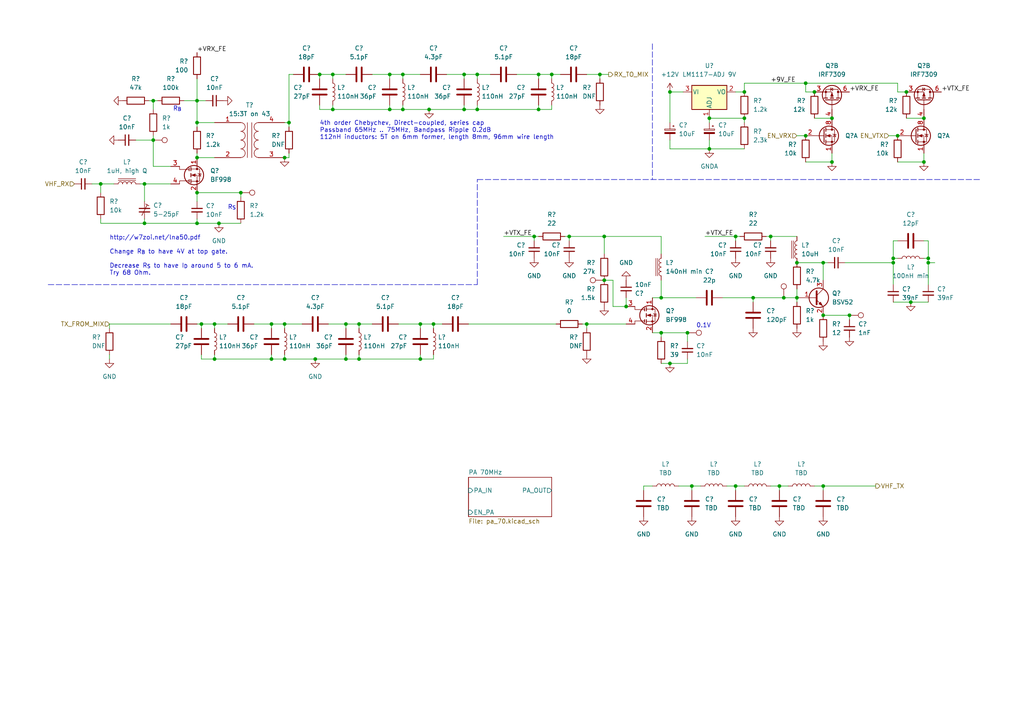
<source format=kicad_sch>
(kicad_sch (version 20211123) (generator eeschema)
  (paper "A4")
  (title_block (title "DART-70 TRX") (date "2023-01-22") (rev "0") (company "HB9EGM") (comment 1 "A 4m Band SSB/CW Transceiver"))
  (lib_symbols
    (symbol "Connector:TestPoint" (pin_numbers hide) (pin_names (offset 0.762) hide)
      (property "Reference" "TP" (at 0 6.858 0))
      (property "Value" "TestPoint" (at 0 5.08 0))
      (symbol "TestPoint_1_1"
        (pin passive line (at 0 0 90) (length 2.54) (name "1") (number "1"))
      )
    )
    (symbol "Device:C" (pin_numbers hide) (pin_names (offset 0.254))
      (property "Reference" "C" (at 0.635 2.54 0))
      (property "Value" "C" (at 0.635 -2.54 0))
      (symbol "C_1_1"
        (pin passive line (at 0 3.81 270) (length 2.794) (name "~") (number "1"))
        (pin passive line (at 0 -3.81 90) (length 2.794) (name "~") (number "2"))
      )
    )
    (symbol "Device:C_Polarized_Small" (pin_numbers hide) (pin_names (offset 0.254) hide)
      (property "Reference" "C" (at 0.254 1.778 0))
      (property "Value" "C_Polarized_Small" (at 0.254 -2.032 0))
      (symbol "C_Polarized_Small_1_1"
        (pin passive line (at 0 2.54 270) (length 1.8542) (name "~") (number "1"))
        (pin passive line (at 0 -2.54 90) (length 1.8542) (name "~") (number "2"))
      )
    )
    (symbol "Device:C_Small" (pin_numbers hide) (pin_names (offset 0.254) hide)
      (property "Reference" "C" (at 0.254 1.778 0))
      (property "Value" "C_Small" (at 0.254 -2.032 0))
      (symbol "C_Small_1_1"
        (pin passive line (at 0 2.54 270) (length 2.032) (name "~") (number "1"))
        (pin passive line (at 0 -2.54 90) (length 2.032) (name "~") (number "2"))
      )
    )
    (symbol "Device:C_Trim_Small" (pin_numbers hide) (pin_names (offset 0.254) hide)
      (property "Reference" "C" (at 1.524 -2.032 0))
      (property "Value" "C_Trim_Small" (at 3.048 -3.556 0))
      (symbol "C_Trim_Small_1_1"
        (pin passive line (at 0 2.54 270) (length 2.032) (name "~") (number "1"))
        (pin passive line (at 0 -2.54 90) (length 2.032) (name "~") (number "2"))
      )
    )
    (symbol "Device:L" (pin_numbers hide) (pin_names (offset 1.016) hide)
      (property "Reference" "L" (at -1.27 0 90))
      (property "Value" "L" (at 1.905 0 90))
      (symbol "L_1_1"
        (pin passive line (at 0 3.81 270) (length 1.27) (name "1") (number "1"))
        (pin passive line (at 0 -3.81 90) (length 1.27) (name "2") (number "2"))
      )
    )
    (symbol "Device:L_Iron" (pin_numbers hide) (pin_names (offset 1.016) hide)
      (property "Reference" "L" (at -1.27 0 90))
      (property "Value" "L_Iron" (at 2.794 0 90))
      (symbol "L_Iron_1_1"
        (pin passive line (at 0 3.81 270) (length 1.27) (name "1") (number "1"))
        (pin passive line (at 0 -3.81 90) (length 1.27) (name "2") (number "2"))
      )
    )
    (symbol "Device:R" (pin_numbers hide) (pin_names (offset 0))
      (property "Reference" "R" (at 2.032 0 90))
      (property "Value" "R" (at 0 0 90))
      (symbol "R_1_1"
        (pin passive line (at 0 3.81 270) (length 1.27) (name "~") (number "1"))
        (pin passive line (at 0 -3.81 90) (length 1.27) (name "~") (number "2"))
      )
    )
    (symbol "Device:Transformer_1P_1S" (pin_names (offset 1.016) hide)
      (property "Reference" "T" (at 0 6.35 0))
      (property "Value" "Transformer_1P_1S" (at 0 -7.62 0))
      (symbol "Transformer_1P_1S_1_1"
        (pin passive line (at -10.16 5.08 0) (length 7.62) (name "AA") (number "1"))
        (pin passive line (at -10.16 -5.08 0) (length 7.62) (name "AB") (number "2"))
        (pin passive line (at 10.16 -5.08 180) (length 7.62) (name "SA") (number "3"))
        (pin passive line (at 10.16 5.08 180) (length 7.62) (name "SB") (number "4"))
      )
    )
    (symbol "Regulator_Linear:LM1117-ADJ" (pin_names (offset 0.254))
      (property "Reference" "U" (at -3.81 3.175 0))
      (property "Value" "LM1117-ADJ" (at 0 3.175 0))
      (symbol "LM1117-ADJ_1_1"
        (pin input line (at 0 -7.62 90) (length 2.54) (name "ADJ") (number "1"))
        (pin power_out line (at 7.62 0 180) (length 2.54) (name "VO") (number "2"))
        (pin power_in line (at -7.62 0 0) (length 2.54) (name "VI") (number "3"))
      )
    )
    (symbol "Transistor_BJT:MMBT3904" (pin_names (offset 0) hide)
      (property "Reference" "Q" (at 5.08 1.905 0))
      (property "Value" "MMBT3904" (at 5.08 0 0))
      (symbol "MMBT3904_1_1"
        (pin input line (at -5.08 0 0) (length 5.715) (name "B") (number "1"))
        (pin passive line (at 2.54 -5.08 90) (length 2.54) (name "E") (number "2"))
        (pin passive line (at 2.54 5.08 270) (length 2.54) (name "C") (number "3"))
      )
    )
    (symbol "Transistor_FET:IRF7309IPBF" (pin_names hide)
      (property "Reference" "Q" (at 5.08 1.905 0))
      (property "Value" "IRF7309IPBF" (at 5.08 0 0))
      (symbol "IRF7309IPBF_1_1"
        (pin passive line (at 2.54 -5.08 90) (length 2.54) (name "S") (number "1"))
        (pin input line (at -5.08 0 0) (length 2.54) (name "G") (number "2"))
        (pin passive line (at 2.54 5.08 270) (length 2.54) hide (name "D") (number "7"))
        (pin passive line (at 2.54 5.08 270) (length 2.54) (name "D") (number "8"))
      )
      (symbol "IRF7309IPBF_2_1"
        (pin passive line (at 2.54 -5.08 90) (length 2.54) (name "1") (number "3"))
        (pin input line (at -5.08 0 0) (length 2.54) (name "G") (number "4"))
        (pin passive line (at 2.54 5.08 270) (length 2.54) hide (name "D") (number "5"))
        (pin passive line (at 2.54 5.08 270) (length 2.54) (name "D") (number "6"))
      )
    )
    (symbol "mpb:BF998" (pin_names hide)
      (property "Reference" "Q?" (at 6.35 1.2701 0))
      (property "Value" "BF998" (at 6.35 -1.2699 0))
      (symbol "BF998_1_1"
        (pin passive line (at 2.54 5.08 270) (length 2.54) (name "D") (number "1"))
        (pin passive line (at 2.54 -5.08 90) (length 2.54) (name "S") (number "2"))
        (pin passive line (at -5.08 2.54 0) (length 2.54) (name "G1") (number "3"))
        (pin passive line (at -5.08 -2.54 0) (length 2.54) (name "G2") (number "4"))
      )
    )
    (symbol "power:+12V" (power) (pin_names (offset 0))
      (property "Value" "+12V" (at 0 3.556 0))
      (symbol "+12V_1_1"
        (pin power_in line (at 0 0 90) (length 0) hide (name "+12V") (number "1"))
      )
    )
    (symbol "power:GND" (power) (pin_names (offset 0))
      (property "Value" "GND" (at 0 -3.81 0))
      (symbol "GND_1_1"
        (pin power_in line (at 0 0 270) (length 0) hide (name "GND") (number "1"))
      )
    )
    (symbol "power:GNDA" (power) (pin_names (offset 0))
      (property "Value" "GNDA" (at 0 -3.81 0))
      (symbol "GNDA_1_1"
        (pin power_in line (at 0 0 270) (length 0) hide (name "GNDA") (number "1"))
      )
    )
  )
  (junction (at 259.08 74.93))
  (junction (at 215.9 26.67))
  (junction (at 264.16 87.63))
  (junction (at 121.92 104.14))
  (junction (at 191.77 86.36))
  (junction (at 104.14 93.98))
  (junction (at 238.76 140.97))
  (junction (at 236.22 26.67))
  (junction (at 213.36 140.97))
  (junction (at 154.94 68.58))
  (junction (at 156.21 31.75))
  (junction (at 205.74 34.29))
  (junction (at 181.61 88.9))
  (junction (at 269.24 74.93))
  (junction (at 116.84 21.59))
  (junction (at 96.52 21.59))
  (junction (at 44.45 29.21))
  (junction (at 138.43 21.59))
  (junction (at 69.85 55.88))
  (junction (at 124.46 31.75))
  (junction (at 113.03 21.59))
  (junction (at 226.06 140.97))
  (junction (at 63.5 64.77))
  (junction (at 57.15 64.77))
  (junction (at 57.15 35.56))
  (junction (at 191.77 96.52))
  (junction (at 173.99 21.59))
  (junction (at 83.82 35.56))
  (junction (at 78.74 104.14))
  (junction (at 62.23 104.14))
  (junction (at 233.68 39.37))
  (junction (at 238.76 91.44))
  (junction (at 57.15 55.88))
  (junction (at 259.08 76.2))
  (junction (at 134.62 31.75))
  (junction (at 82.55 104.14))
  (junction (at 41.91 53.34))
  (junction (at 260.35 39.37))
  (junction (at 199.39 96.52))
  (junction (at 246.38 91.44))
  (junction (at 227.33 86.36))
  (junction (at 215.9 34.29))
  (junction (at 156.21 21.59))
  (junction (at 213.36 68.58))
  (junction (at 241.3 46.99))
  (junction (at 100.33 93.98))
  (junction (at 165.1 68.58))
  (junction (at 269.24 76.2))
  (junction (at 29.21 53.34))
  (junction (at 82.55 93.98))
  (junction (at 170.18 93.98))
  (junction (at 78.74 93.98))
  (junction (at 100.33 104.14))
  (junction (at 91.44 104.14))
  (junction (at 231.14 86.36))
  (junction (at 218.44 86.36))
  (junction (at 44.45 40.64))
  (junction (at 200.66 140.97))
  (junction (at 57.15 45.72))
  (junction (at 116.84 31.75))
  (junction (at 134.62 21.59))
  (junction (at 231.14 76.2))
  (junction (at 223.52 68.58))
  (junction (at 205.74 43.18))
  (junction (at 160.02 21.59))
  (junction (at 113.03 31.75))
  (junction (at 175.26 68.58))
  (junction (at 125.73 93.98))
  (junction (at 41.91 64.77))
  (junction (at 194.31 105.41))
  (junction (at 96.52 31.75))
  (junction (at 138.43 31.75))
  (junction (at 82.55 45.72))
  (junction (at 194.31 26.67))
  (junction (at 92.71 21.59))
  (junction (at 233.68 24.13))
  (junction (at 57.15 29.21))
  (junction (at 241.3 34.29))
  (junction (at 121.92 93.98))
  (junction (at 267.97 34.29))
  (junction (at 238.76 76.2))
  (junction (at 62.23 93.98))
  (junction (at 267.97 46.99))
  (junction (at 104.14 104.14))
  (junction (at 58.42 93.98))
  (junction (at 262.89 26.67))
  (junction (at 175.26 81.28))
  (wire (pts (xy 96.52 21.59) (xy 96.52 22.86)))
  (wire (pts (xy 62.23 45.72) (xy 57.15 45.72)))
  (wire (pts (xy 134.62 31.75) (xy 134.62 30.48)))
  (wire (pts (xy 121.92 95.25) (xy 121.92 93.98)))
  (wire (pts (xy 260.35 24.13) (xy 260.35 26.67)))
  (wire (pts (xy 125.73 104.14) (xy 125.73 102.87)))
  (wire (pts (xy 213.36 69.85) (xy 213.36 68.58)))
  (wire (pts (xy 31.75 102.87) (xy 31.75 104.14)))
  (wire (pts (xy 154.94 69.85) (xy 154.94 68.58)))
  (wire (pts (xy 58.42 95.25) (xy 58.42 93.98)))
  (wire (pts (xy 194.31 26.67) (xy 194.31 35.56)))
  (wire (pts (xy 238.76 76.2) (xy 240.03 76.2)))
  (wire (pts (xy 246.38 91.44) (xy 238.76 91.44)))
  (wire (pts (xy 198.12 26.67) (xy 194.31 26.67)))
  (wire (pts (xy 82.55 95.25) (xy 82.55 93.98)))
  (wire (pts (xy 218.44 86.36) (xy 218.44 87.63)))
  (wire (pts (xy 259.08 74.93) (xy 259.08 76.2)))
  (wire (pts (xy 57.15 93.98) (xy 58.42 93.98)))
  (wire (pts (xy 31.75 93.98) (xy 49.53 93.98)))
  (wire (pts (xy 63.5 64.77) (xy 57.15 64.77)))
  (wire (pts (xy 138.43 31.75) (xy 156.21 31.75)))
  (wire (pts (xy 241.3 46.99) (xy 233.68 46.99)))
  (wire (pts (xy 233.68 26.67) (xy 236.22 26.67)))
  (wire (pts (xy 226.06 140.97) (xy 226.06 142.24)))
  (wire (pts (xy 246.38 92.71) (xy 246.38 91.44)))
  (wire (pts (xy 194.31 43.18) (xy 205.74 43.18)))
  (wire (pts (xy 177.8 81.28) (xy 177.8 88.9)))
  (wire (pts (xy 82.55 104.14) (xy 82.55 102.87)))
  (wire (pts (xy 40.64 53.34) (xy 41.91 53.34)))
  (wire (pts (xy 134.62 21.59) (xy 138.43 21.59)))
  (wire (pts (xy 259.08 69.85) (xy 260.35 69.85)))
  (wire (pts (xy 57.15 45.72) (xy 57.15 44.45)))
  (wire (pts (xy 113.03 31.75) (xy 113.03 30.48)))
  (wire (pts (xy 107.95 21.59) (xy 113.03 21.59)))
  (wire (pts (xy 259.08 74.93) (xy 260.35 74.93)))
  (wire (pts (xy 191.77 96.52) (xy 189.23 96.52)))
  (wire (pts (xy 156.21 31.75) (xy 156.21 30.48)))
  (wire (pts (xy 215.9 24.13) (xy 215.9 26.67)))
  (polyline (pts (xy 138.43 52.07) (xy 284.48 52.07)))
  (wire (pts (xy 186.69 142.24) (xy 186.69 140.97)))
  (wire (pts (xy 31.75 95.25) (xy 31.75 93.98)))
  (wire (pts (xy 104.14 104.14) (xy 104.14 102.87)))
  (polyline (pts (xy 13.97 82.55) (xy 138.43 82.55)))
  (wire (pts (xy 231.14 83.82) (xy 231.14 86.36)))
  (wire (pts (xy 269.24 74.93) (xy 267.97 74.93)))
  (wire (pts (xy 57.15 55.88) (xy 57.15 58.42)))
  (wire (pts (xy 189.23 140.97) (xy 186.69 140.97)))
  (wire (pts (xy 156.21 21.59) (xy 160.02 21.59)))
  (wire (pts (xy 177.8 88.9) (xy 181.61 88.9)))
  (wire (pts (xy 83.82 44.45) (xy 83.82 45.72)))
  (wire (pts (xy 231.14 39.37) (xy 233.68 39.37)))
  (wire (pts (xy 175.26 68.58) (xy 191.77 68.58)))
  (wire (pts (xy 100.33 104.14) (xy 100.33 102.87)))
  (wire (pts (xy 82.55 104.14) (xy 78.74 104.14)))
  (wire (pts (xy 96.52 21.59) (xy 100.33 21.59)))
  (wire (pts (xy 124.46 31.75) (xy 134.62 31.75)))
  (wire (pts (xy 58.42 93.98) (xy 62.23 93.98)))
  (polyline (pts (xy 189.23 12.7) (xy 189.23 52.07)))
  (wire (pts (xy 29.21 64.77) (xy 41.91 64.77)))
  (wire (pts (xy 43.18 29.21) (xy 44.45 29.21)))
  (wire (pts (xy 233.68 24.13) (xy 215.9 24.13)))
  (wire (pts (xy 191.77 86.36) (xy 201.93 86.36)))
  (wire (pts (xy 73.66 93.98) (xy 78.74 93.98)))
  (wire (pts (xy 78.74 93.98) (xy 82.55 93.98)))
  (wire (pts (xy 121.92 93.98) (xy 125.73 93.98)))
  (wire (pts (xy 96.52 31.75) (xy 113.03 31.75)))
  (wire (pts (xy 269.24 74.93) (xy 269.24 76.2)))
  (wire (pts (xy 233.68 24.13) (xy 233.68 26.67)))
  (wire (pts (xy 116.84 22.86) (xy 116.84 21.59)))
  (wire (pts (xy 199.39 104.14) (xy 199.39 105.41)))
  (wire (pts (xy 199.39 105.41) (xy 194.31 105.41)))
  (wire (pts (xy 149.86 21.59) (xy 156.21 21.59)))
  (wire (pts (xy 200.66 142.24) (xy 200.66 140.97)))
  (wire (pts (xy 85.09 21.59) (xy 83.82 21.59)))
  (wire (pts (xy 269.24 69.85) (xy 269.24 74.93)))
  (wire (pts (xy 156.21 22.86) (xy 156.21 21.59)))
  (wire (pts (xy 213.36 68.58) (xy 214.63 68.58)))
  (wire (pts (xy 222.25 68.58) (xy 223.52 68.58)))
  (wire (pts (xy 78.74 104.14) (xy 78.74 102.87)))
  (wire (pts (xy 115.57 93.98) (xy 121.92 93.98)))
  (wire (pts (xy 156.21 31.75) (xy 160.02 31.75)))
  (wire (pts (xy 41.91 64.77) (xy 57.15 64.77)))
  (wire (pts (xy 269.24 69.85) (xy 267.97 69.85)))
  (wire (pts (xy 57.15 64.77) (xy 57.15 63.5)))
  (wire (pts (xy 57.15 29.21) (xy 57.15 22.86)))
  (wire (pts (xy 83.82 45.72) (xy 82.55 45.72)))
  (wire (pts (xy 173.99 21.59) (xy 176.53 21.59)))
  (wire (pts (xy 200.66 140.97) (xy 203.2 140.97)))
  (wire (pts (xy 57.15 36.83) (xy 57.15 35.56)))
  (wire (pts (xy 154.94 68.58) (xy 156.21 68.58)))
  (wire (pts (xy 191.77 105.41) (xy 194.31 105.41)))
  (wire (pts (xy 116.84 31.75) (xy 113.03 31.75)))
  (wire (pts (xy 100.33 95.25) (xy 100.33 93.98)))
  (wire (pts (xy 138.43 21.59) (xy 142.24 21.59)))
  (wire (pts (xy 205.74 40.64) (xy 205.74 43.18)))
  (wire (pts (xy 113.03 22.86) (xy 113.03 21.59)))
  (wire (pts (xy 58.42 104.14) (xy 58.42 102.87)))
  (wire (pts (xy 135.89 93.98) (xy 161.29 93.98)))
  (wire (pts (xy 62.23 35.56) (xy 57.15 35.56)))
  (wire (pts (xy 238.76 140.97) (xy 254 140.97)))
  (wire (pts (xy 104.14 95.25) (xy 104.14 93.98)))
  (wire (pts (xy 82.55 35.56) (xy 83.82 35.56)))
  (wire (pts (xy 58.42 104.14) (xy 62.23 104.14)))
  (wire (pts (xy 165.1 69.85) (xy 165.1 68.58)))
  (wire (pts (xy 113.03 21.59) (xy 116.84 21.59)))
  (wire (pts (xy 262.89 34.29) (xy 267.97 34.29)))
  (wire (pts (xy 69.85 64.77) (xy 63.5 64.77)))
  (wire (pts (xy 62.23 93.98) (xy 62.23 95.25)))
  (wire (pts (xy 44.45 29.21) (xy 44.45 31.75)))
  (wire (pts (xy 69.85 57.15) (xy 69.85 55.88)))
  (wire (pts (xy 116.84 21.59) (xy 121.92 21.59)))
  (wire (pts (xy 125.73 95.25) (xy 125.73 93.98)))
  (wire (pts (xy 215.9 140.97) (xy 213.36 140.97)))
  (wire (pts (xy 29.21 63.5) (xy 29.21 64.77)))
  (wire (pts (xy 62.23 104.14) (xy 62.23 102.87)))
  (wire (pts (xy 260.35 26.67) (xy 262.89 26.67)))
  (wire (pts (xy 92.71 31.75) (xy 96.52 31.75)))
  (wire (pts (xy 160.02 22.86) (xy 160.02 21.59)))
  (wire (pts (xy 83.82 36.83) (xy 83.82 35.56)))
  (wire (pts (xy 92.71 21.59) (xy 96.52 21.59)))
  (wire (pts (xy 173.99 22.86) (xy 173.99 21.59)))
  (wire (pts (xy 138.43 22.86) (xy 138.43 21.59)))
  (wire (pts (xy 104.14 104.14) (xy 121.92 104.14)))
  (wire (pts (xy 41.91 53.34) (xy 49.53 53.34)))
  (polyline (pts (xy 138.43 82.55) (xy 138.43 52.07)))
  (wire (pts (xy 223.52 69.85) (xy 223.52 68.58)))
  (wire (pts (xy 269.24 76.2) (xy 271.145 76.2)))
  (wire (pts (xy 213.36 26.67) (xy 215.9 26.67)))
  (wire (pts (xy 92.71 22.86) (xy 92.71 21.59)))
  (wire (pts (xy 41.91 58.42) (xy 41.91 53.34)))
  (wire (pts (xy 191.77 96.52) (xy 191.77 97.79)))
  (wire (pts (xy 215.9 34.29) (xy 215.9 35.56)))
  (wire (pts (xy 116.84 31.75) (xy 124.46 31.75)))
  (wire (pts (xy 39.37 40.64) (xy 44.45 40.64)))
  (wire (pts (xy 269.24 76.2) (xy 269.24 82.55)))
  (wire (pts (xy 160.02 21.59) (xy 162.56 21.59)))
  (wire (pts (xy 29.21 55.88) (xy 29.21 53.34)))
  (wire (pts (xy 62.23 93.98) (xy 66.04 93.98)))
  (wire (pts (xy 165.1 68.58) (xy 175.26 68.58)))
  (wire (pts (xy 91.44 104.14) (xy 100.33 104.14)))
  (wire (pts (xy 257.81 39.37) (xy 260.35 39.37)))
  (wire (pts (xy 168.91 93.98) (xy 170.18 93.98)))
  (wire (pts (xy 44.45 39.37) (xy 44.45 40.64)))
  (wire (pts (xy 160.02 31.75) (xy 160.02 30.48)))
  (wire (pts (xy 121.92 104.14) (xy 125.73 104.14)))
  (wire (pts (xy 100.33 93.98) (xy 104.14 93.98)))
  (wire (pts (xy 226.06 140.97) (xy 228.6 140.97)))
  (wire (pts (xy 45.72 29.21) (xy 44.45 29.21)))
  (wire (pts (xy 213.36 140.97) (xy 210.82 140.97)))
  (wire (pts (xy 238.76 81.28) (xy 238.76 76.2)))
  (wire (pts (xy 267.97 44.45) (xy 267.97 46.99)))
  (wire (pts (xy 95.25 93.98) (xy 100.33 93.98)))
  (wire (pts (xy 175.26 73.66) (xy 175.26 68.58)))
  (wire (pts (xy 116.84 31.75) (xy 116.84 30.48)))
  (wire (pts (xy 259.08 69.85) (xy 259.08 74.93)))
  (wire (pts (xy 238.76 140.97) (xy 238.76 142.24)))
  (wire (pts (xy 209.55 86.36) (xy 218.44 86.36)))
  (wire (pts (xy 134.62 22.86) (xy 134.62 21.59)))
  (wire (pts (xy 264.16 87.63) (xy 269.24 87.63)))
  (wire (pts (xy 205.74 34.29) (xy 205.74 35.56)))
  (wire (pts (xy 191.77 73.66) (xy 191.77 68.58)))
  (wire (pts (xy 236.22 34.29) (xy 241.3 34.29)))
  (wire (pts (xy 231.14 86.36) (xy 231.14 87.63)))
  (wire (pts (xy 223.52 140.97) (xy 226.06 140.97)))
  (wire (pts (xy 104.14 93.98) (xy 107.95 93.98)))
  (wire (pts (xy 170.18 95.25) (xy 170.18 93.98)))
  (wire (pts (xy 121.92 104.14) (xy 121.92 102.87)))
  (wire (pts (xy 125.73 93.98) (xy 128.27 93.98)))
  (wire (pts (xy 82.55 93.98) (xy 87.63 93.98)))
  (wire (pts (xy 238.76 140.97) (xy 236.22 140.97)))
  (wire (pts (xy 96.52 31.75) (xy 96.52 30.48)))
  (wire (pts (xy 227.33 86.36) (xy 231.14 86.36)))
  (wire (pts (xy 213.36 140.97) (xy 213.36 142.24)))
  (wire (pts (xy 181.61 88.9) (xy 181.61 86.36)))
  (wire (pts (xy 69.85 55.88) (xy 57.15 55.88)))
  (wire (pts (xy 259.08 87.63) (xy 264.16 87.63)))
  (wire (pts (xy 194.31 40.64) (xy 194.31 43.18)))
  (wire (pts (xy 260.35 24.13) (xy 233.68 24.13)))
  (wire (pts (xy 129.54 21.59) (xy 134.62 21.59)))
  (wire (pts (xy 138.43 31.75) (xy 138.43 30.48)))
  (wire (pts (xy 196.85 140.97) (xy 200.66 140.97)))
  (wire (pts (xy 245.11 76.2) (xy 259.08 76.2)))
  (wire (pts (xy 199.39 99.06) (xy 199.39 96.52)))
  (wire (pts (xy 191.77 81.28) (xy 191.77 86.36)))
  (wire (pts (xy 189.23 86.36) (xy 191.77 86.36)))
  (wire (pts (xy 218.44 86.36) (xy 227.33 86.36)))
  (wire (pts (xy 238.76 76.2) (xy 231.14 76.2)))
  (wire (pts (xy 78.74 95.25) (xy 78.74 93.98)))
  (wire (pts (xy 170.18 21.59) (xy 173.99 21.59)))
  (wire (pts (xy 175.26 81.28) (xy 177.8 81.28)))
  (wire (pts (xy 57.15 29.21) (xy 59.69 29.21)))
  (wire (pts (xy 53.34 29.21) (xy 57.15 29.21)))
  (wire (pts (xy 204.47 68.58) (xy 213.36 68.58)))
  (wire (pts (xy 83.82 21.59) (xy 83.82 35.56)))
  (wire (pts (xy 92.71 31.75) (xy 92.71 30.48)))
  (wire (pts (xy 44.45 48.26) (xy 49.53 48.26)))
  (wire (pts (xy 163.83 68.58) (xy 165.1 68.58)))
  (wire (pts (xy 26.67 53.34) (xy 29.21 53.34)))
  (wire (pts (xy 267.97 46.99) (xy 260.35 46.99)))
  (wire (pts (xy 44.45 40.64) (xy 44.45 48.26)))
  (wire (pts (xy 134.62 31.75) (xy 138.43 31.75)))
  (wire (pts (xy 170.18 93.98) (xy 181.61 93.98)))
  (wire (pts (xy 41.91 63.5) (xy 41.91 64.77)))
  (wire (pts (xy 205.74 43.18) (xy 215.9 43.18)))
  (wire (pts (xy 100.33 104.14) (xy 104.14 104.14)))
  (wire (pts (xy 62.23 104.14) (xy 78.74 104.14)))
  (wire (pts (xy 29.21 53.34) (xy 33.02 53.34)))
  (wire (pts (xy 223.52 68.58) (xy 231.14 68.58)))
  (wire (pts (xy 57.15 35.56) (xy 57.15 29.21)))
  (wire (pts (xy 199.39 96.52) (xy 191.77 96.52)))
  (wire (pts (xy 205.74 34.29) (xy 215.9 34.29)))
  (wire (pts (xy 259.08 76.2) (xy 259.08 82.55)))
  (wire (pts (xy 146.05 68.58) (xy 154.94 68.58)))
  (wire (pts (xy 82.55 104.14) (xy 91.44 104.14)))
  (wire (pts (xy 241.3 44.45) (xy 241.3 46.99)))
  (text "R_{B}" (at 50.165 32.385 0) (effects (font (size 1.27 1.27)) (justify left bottom)))
  (text "R_{S}" (at 66.04 60.96 0) (effects (font (size 1.27 1.27)) (justify left bottom)))
  (text "TODO\nfind bias point for BSV52" (at 41.91 -8.89 0) (effects (font (size 3 3)) (justify left bottom)))
  (text "http://w7zoi.net/lna50.pdf\n\nChange R_{B} to have 4V at top gate.\n\nDecrease R_{S} to have I_{D} around 5 to 6 mA.\nTry 68 Ohm." (at 31.75 80.01 0) (effects (font (size 1.27 1.27)) (justify left bottom)))
  (text "4th order Chebychev, Direct-coupled, series cap\nPassband 65MHz .. 75MHz, Bandpass Ripple 0.2dB\n112nH inductors: 5T on 6mm former, length 8mm, 96mm wire length" (at 92.71 40.64 0) (effects (font (size 1.27 1.27)) (justify left bottom)))
  (text "0.1V" (at 201.93 95.25 0) (effects (font (size 1.27 1.27)) (justify left bottom)))
  (label "+VTX_FE" (at 273.05 26.67 0))
  (label "+VRX_FE" (at 57.15 15.24 0))
  (label "+VTX_FE" (at 146.05 68.58 0))
  (label "+VTX_FE" (at 204.47 68.58 0))
  (label "+VRX_FE" (at 246.38 26.67 0))
  (label "+9V_FE" (at 223.52 24.13 0))
  (hierarchical_label "EN_VTX" (shape input) (at 257.81 39.37 180))
  (hierarchical_label "VHF_RX" (shape input) (at 21.59 53.34 180))
  (hierarchical_label "EN_VRX" (shape input) (at 231.14 39.37 180))
  (hierarchical_label "VHF_TX" (shape output) (at 254 140.97 0))
  (hierarchical_label "TX_FROM_MIX" (shape input) (at 31.75 93.98 180))
  (hierarchical_label "RX_TO_MIX" (shape output) (at 176.53 21.59 0))
  (symbol (lib_id "Device:C") (at 226.06 146.05 180) (unit 1)
    (property "Reference" "C?" (at 229.87 144.7799 0) (effects (justify right)))
    (property "Value" "TBD" (at 229.87 147.3199 0) (effects (justify right)))
    (property "Footprint" "mmrf1021-pa:two_4mm_pads" (effects hide))
  )
  (symbol (lib_id "Device:C_Small") (at 36.83 40.64 90) (unit 1)
    (property "Reference" "C?" (at 36.8363 34.29 90))
    (property "Value" "10nF" (at 36.8363 36.83 90))
  )
  (symbol (lib_id "Device:R") (at 215.9 39.37 0) (mirror y) (unit 1)
    (property "Reference" "R?" (at 218.44 38.0999 0) (effects (justify right)))
    (property "Value" "2.3k" (at 218.44 40.6399 0) (effects (justify right)))
    (property "Footprint" "Resistor_SMD:R_0603_1608Metric_Pad1.05x0.95mm_HandSolder" (effects hide))
  )
  (symbol (lib_id "Device:R") (at 231.14 80.01 0) (mirror y) (unit 1)
    (property "Reference" "R?" (at 233.68 78.7399 0) (effects (justify right)))
    (property "Value" "4.7k" (at 233.68 81.2799 0) (effects (justify right)))
  )
  (symbol (lib_id "Device:C_Small") (at 223.52 72.39 0) (mirror x) (unit 1)
    (property "Reference" "C?" (at 220.98 71.1135 0) (effects (justify right)))
    (property "Value" "10nF" (at 220.98 73.6535 0) (effects (justify right)))
  )
  (symbol (lib_id "Device:C_Small") (at 269.24 85.09 0) (mirror y) (unit 1)
    (property "Reference" "C?" (at 271.78 83.8262 0) (effects (justify right)))
    (property "Value" "39nF" (at 271.78 86.3662 0) (effects (justify right)))
  )
  (symbol (lib_id "Device:C") (at 88.9 21.59 90) (unit 1)
    (property "Reference" "C?" (at 88.9 13.97 90))
    (property "Value" "18pF" (at 88.9 16.51 90))
    (property "Footprint" "Capacitor_SMD:C_0603_1608Metric_Pad1.05x0.95mm_HandSolder" (effects hide))
    (property "MPN" "CBR" (effects hide))
    (property "Need_order" "0" (effects hide))
  )
  (symbol (lib_id "Connector:TestPoint") (at 199.39 96.52 270) (unit 1)
    (property "Reference" "TP?" (effects hide))
    (property "Value" "VG" (effects hide))
    (property "Footprint" "TestPoint:TestPoint_Pad_D2.0mm" (effects hide))
  )
  (symbol (lib_id "Device:C") (at 100.33 99.06 180) (unit 1)
    (property "Reference" "C?" (at 96.52 97.7899 0) (effects (justify left)))
    (property "Value" "36pF" (at 96.52 100.3299 0) (effects (justify left)))
    (property "Footprint" "Capacitor_SMD:C_0603_1608Metric_Pad1.05x0.95mm_HandSolder" (effects hide))
    (property "MPN" "CBR" (effects hide))
    (property "Need_order" "0" (effects hide))
  )
  (symbol (lib_id "Device:C") (at 213.36 146.05 180) (unit 1)
    (property "Reference" "C?" (at 217.17 144.7799 0) (effects (justify right)))
    (property "Value" "TBD" (at 217.17 147.3199 0) (effects (justify right)))
    (property "Footprint" "mmrf1021-pa:two_4mm_pads" (effects hide))
  )
  (symbol (lib_id "Device:R") (at 233.68 43.18 180) (unit 1)
    (property "Reference" "R?" (at 231.14 41.9099 0) (effects (justify left)))
    (property "Value" "10k" (at 231.14 44.4499 0) (effects (justify left)))
    (property "Footprint" "Resistor_SMD:R_0603_1608Metric_Pad1.05x0.95mm_HandSolder" (effects hide))
  )
  (symbol (lib_id "Device:C") (at 205.74 86.36 90) (unit 1)
    (property "Reference" "C?" (at 205.74 78.74 90))
    (property "Value" "22p" (at 205.74 81.28 90))
    (property "Footprint" "Capacitor_SMD:C_0603_1608Metric_Pad1.05x0.95mm_HandSolder" (effects hide))
    (property "MPN" "CBR" (effects hide))
    (property "Need_order" "0" (effects hide))
  )
  (symbol (lib_id "power:GND") (at 154.94 74.93 0) (mirror y) (unit 1)
    (property "Reference" "#PWR?" (effects hide))
    (property "Value" "GND" (at 154.94 80.01 0))
  )
  (symbol (lib_id "power:GND") (at 213.36 149.86 0) (unit 1)
    (property "Reference" "#PWR?" (effects hide))
    (property "Value" "GND" (at 213.36 154.94 0))
  )
  (symbol (lib_id "power:GNDA") (at 267.97 46.99 0) (unit 1)
    (property "Reference" "#PWR?" (effects hide))
    (property "Value" "GNDA" (effects hide))
  )
  (symbol (lib_id "Device:C") (at 156.21 26.67 180) (unit 1)
    (property "Reference" "C?" (at 152.4 25.3999 0) (effects (justify left)))
    (property "Value" "27pF" (at 152.4 27.9399 0) (effects (justify left)))
    (property "Footprint" "Capacitor_SMD:C_0603_1608Metric_Pad1.05x0.95mm_HandSolder" (effects hide))
    (property "MPN" "CBR" (effects hide))
    (property "Need_order" "0" (effects hide))
  )
  (symbol (lib_id "power:GND") (at 238.76 99.06 0) (unit 1)
    (property "Reference" "#PWR?" (effects hide))
    (property "Value" "GND" (effects hide))
  )
  (symbol (lib_id "Device:R") (at 175.26 77.47 0) (mirror x) (unit 1)
    (property "Reference" "R?" (at 172.72 76.1999 0) (effects (justify right)))
    (property "Value" "27k" (at 172.72 78.7399 0) (effects (justify right)))
  )
  (symbol (lib_id "Device:R") (at 44.45 35.56 0) (unit 1)
    (property "Reference" "R?" (at 46.99 34.2899 0) (effects (justify left)))
    (property "Value" "1k" (at 46.99 36.8299 0) (effects (justify left)))
  )
  (symbol (lib_id "Connector:TestPoint") (at 227.33 86.36 0) (unit 1)
    (property "Reference" "TP?" (effects hide))
    (property "Value" "VG" (effects hide))
    (property "Footprint" "TestPoint:TestPoint_Pad_D2.0mm" (effects hide))
  )
  (symbol (lib_id "Device:L") (at 160.02 26.67 0) (unit 1)
    (property "Reference" "L?" (at 161.29 25.3999 0) (effects (justify left)))
    (property "Value" "110nH" (at 161.29 27.9399 0) (effects (justify left)))
    (property "Footprint" "mpb:AirCoil-8mm" (effects hide))
    (property "Need_order" "0" (effects hide))
  )
  (symbol (lib_id "Device:C") (at 186.69 146.05 180) (unit 1)
    (property "Reference" "C?" (at 190.5 144.7799 0) (effects (justify right)))
    (property "Value" "TBD" (at 190.5 147.3199 0) (effects (justify right)))
    (property "Footprint" "mmrf1021-pa:two_4mm_pads" (effects hide))
  )
  (symbol (lib_id "power:GND") (at 82.55 45.72 0) (unit 1)
    (property "Reference" "#PWR?" (effects hide))
    (property "Value" "GND" (effects hide))
  )
  (symbol (lib_id "Device:L") (at 219.71 140.97 90) (unit 1)
    (property "Reference" "L?" (at 219.71 134.62 90))
    (property "Value" "TBD" (at 219.71 137.16 90))
    (property "Footprint" "mmrf1021-pa:large_inductor" (effects hide))
  )
  (symbol (lib_id "Device:C") (at 111.76 93.98 270) (unit 1)
    (property "Reference" "C?" (at 111.76 86.36 90))
    (property "Value" "5.1pF" (at 111.76 88.9 90))
    (property "Footprint" "Capacitor_SMD:C_0603_1608Metric_Pad1.05x0.95mm_HandSolder" (effects hide))
    (property "MPN" "CBR" (effects hide))
    (property "Need_order" "0" (effects hide))
  )
  (symbol (lib_id "Device:C_Small") (at 181.61 83.82 0) (mirror y) (unit 1)
    (property "Reference" "C?" (at 184.15 85.0965 0) (effects (justify right)))
    (property "Value" "10nF" (at 184.15 82.5565 0) (effects (justify right)))
  )
  (symbol (lib_id "Connector:TestPoint") (at 246.38 91.44 270) (unit 1)
    (property "Reference" "TP?" (effects hide))
    (property "Value" "VG" (effects hide))
    (property "Footprint" "TestPoint:TestPoint_Pad_D2.0mm" (effects hide))
  )
  (symbol (lib_id "Device:C") (at 104.14 21.59 90) (unit 1)
    (property "Reference" "C?" (at 104.14 13.97 90))
    (property "Value" "5.1pF" (at 104.14 16.51 90))
    (property "Footprint" "Capacitor_SMD:C_0603_1608Metric_Pad1.05x0.95mm_HandSolder" (effects hide))
    (property "MPN" "CBR" (effects hide))
    (property "Need_order" "0" (effects hide))
  )
  (symbol (lib_id "Device:R") (at 231.14 91.44 0) (mirror y) (unit 1)
    (property "Reference" "R?" (at 233.68 90.1699 0) (effects (justify right)))
    (property "Value" "1k" (at 233.68 92.7099 0) (effects (justify right)))
  )
  (symbol (lib_id "power:GND") (at 186.69 149.86 0) (unit 1)
    (property "Reference" "#PWR?" (effects hide))
    (property "Value" "GND" (at 186.69 154.94 0))
  )
  (symbol (lib_id "Connector:TestPoint") (at 69.85 55.88 270) (unit 1)
    (property "Reference" "TP?" (effects hide))
    (property "Value" "VG" (effects hide))
    (property "Footprint" "TestPoint:TestPoint_Pad_D2.0mm" (effects hide))
  )
  (symbol (lib_id "Device:C") (at 264.16 69.85 90) (unit 1)
    (property "Reference" "C?" (at 264.16 62.23 90))
    (property "Value" "12pF" (at 264.16 64.77 90))
    (property "Footprint" "Capacitor_SMD:C_0603_1608Metric_Pad1.05x0.95mm_HandSolder" (effects hide))
    (property "MPN" "CBR" (effects hide))
    (property "Need_order" "0" (effects hide))
  )
  (symbol (lib_id "Connector:TestPoint") (at 175.26 81.28 90) (unit 1)
    (property "Reference" "TP?" (effects hide))
    (property "Value" "VG" (effects hide))
    (property "Footprint" "TestPoint:TestPoint_Pad_D2.0mm" (effects hide))
  )
  (symbol (lib_id "Device:L") (at 207.01 140.97 90) (unit 1)
    (property "Reference" "L?" (at 207.01 134.62 90))
    (property "Value" "TBD" (at 207.01 137.16 90))
    (property "Footprint" "mmrf1021-pa:large_inductor" (effects hide))
  )
  (symbol (lib_id "Device:C") (at 91.44 93.98 270) (unit 1)
    (property "Reference" "C?" (at 91.44 86.36 90))
    (property "Value" "4.3pF" (at 91.44 88.9 90))
    (property "Footprint" "Capacitor_SMD:C_0603_1608Metric_Pad1.05x0.95mm_HandSolder" (effects hide))
    (property "MPN" "CBR" (effects hide))
    (property "Need_order" "0" (effects hide))
  )
  (symbol (lib_id "power:GND") (at 226.06 149.86 0) (unit 1)
    (property "Reference" "#PWR?" (effects hide))
    (property "Value" "GND" (at 226.06 154.94 0))
  )
  (symbol (lib_id "Device:C") (at 134.62 26.67 180) (unit 1)
    (property "Reference" "C?" (at 130.81 25.3999 0) (effects (justify left)))
    (property "Value" "36pF" (at 130.81 27.9399 0) (effects (justify left)))
    (property "Footprint" "Capacitor_SMD:C_0603_1608Metric_Pad1.05x0.95mm_HandSolder" (effects hide))
    (property "MPN" "CBR" (effects hide))
    (property "Need_order" "0" (effects hide))
  )
  (symbol (lib_id "Device:R") (at 165.1 93.98 270) (unit 1)
    (property "Reference" "R?" (at 165.1 87.63 90))
    (property "Value" "0" (at 165.1 90.17 90))
  )
  (symbol (lib_id "power:GND") (at 35.56 29.21 270) (unit 1)
    (property "Reference" "#PWR?" (effects hide))
    (property "Value" "GND" (effects hide))
  )
  (symbol (lib_id "Device:C_Small") (at 242.57 76.2 270) (mirror x) (unit 1)
    (property "Reference" "C?" (at 242.5636 69.85 90))
    (property "Value" "10nF" (at 242.5636 72.39 90))
  )
  (symbol (lib_id "power:GND") (at 173.99 30.48 0) (unit 1)
    (property "Reference" "#PWR?" (effects hide))
    (property "Value" "GND" (effects hide))
  )
  (symbol (lib_id "Transistor_FET:IRF7309IPBF") (at 267.97 29.21 270) (mirror x) (unit 2)
    (property "Reference" "Q?" (at 267.97 19.05 90))
    (property "Value" "IRF7309" (at 267.97 21.59 90))
    (property "Footprint" "Package_SO:SOIC-8_3.9x4.9mm_P1.27mm" (effects hide))
    (property "Datasheet" "http://www.irf.com/product-info/datasheets/data/irf7309ipbf.pdf" (effects hide))
    (property "MPN" "IRF7309IPBF" (effects hide))
    (property "Need_order" "1" (effects hide))
  )
  (symbol (lib_id "power:GNDA") (at 241.3 46.99 0) (unit 1)
    (property "Reference" "#PWR?" (effects hide))
    (property "Value" "GNDA" (effects hide))
  )
  (symbol (lib_id "Device:C") (at 53.34 93.98 90) (unit 1)
    (property "Reference" "C?" (at 53.34 86.36 90))
    (property "Value" "18pF" (at 53.34 88.9 90))
    (property "Footprint" "Capacitor_SMD:C_0603_1608Metric_Pad1.05x0.95mm_HandSolder" (effects hide))
    (property "MPN" "CBR" (effects hide))
    (property "Need_order" "0" (effects hide))
  )
  (symbol (lib_id "power:GND") (at 170.18 102.87 0) (unit 1)
    (property "Reference" "#PWR?" (effects hide))
    (property "Value" "GND" (effects hide))
  )
  (symbol (lib_id "Device:L") (at 62.23 99.06 0) (unit 1)
    (property "Reference" "L?" (at 63.5 97.7899 0) (effects (justify left)))
    (property "Value" "110nH" (at 63.5 100.3299 0) (effects (justify left)))
    (property "Footprint" "mpb:AirCoil-8mm" (effects hide))
    (property "Need_order" "0" (effects hide))
  )
  (symbol (lib_id "Device:C_Small") (at 259.08 85.09 0) (mirror y) (unit 1)
    (property "Reference" "C?" (at 261.62 83.8262 0) (effects (justify right)))
    (property "Value" "39nF" (at 261.62 86.3662 0) (effects (justify right)))
  )
  (symbol (lib_id "Transistor_FET:IRF7309IPBF") (at 265.43 39.37 0) (unit 1)
    (property "Reference" "Q?" (at 271.78 39.3699 0) (effects (justify left)))
    (property "Value" "IRF7309IPBF" (effects hide))
    (property "Footprint" "Package_SO:SOIC-8_3.9x4.9mm_P1.27mm" (effects hide))
    (property "Datasheet" "http://www.irf.com/product-info/datasheets/data/irf7309ipbf.pdf" (effects hide))
  )
  (symbol (lib_id "power:GND") (at 231.14 95.25 0) (unit 1)
    (property "Reference" "#PWR?" (effects hide))
    (property "Value" "GND" (effects hide))
  )
  (symbol (lib_id "Device:R") (at 69.85 60.96 0) (unit 1)
    (property "Reference" "R?" (at 72.39 59.6899 0) (effects (justify left)))
    (property "Value" "1.2k" (at 72.39 62.2299 0) (effects (justify left)))
  )
  (symbol (lib_id "power:GNDA") (at 205.74 43.18 0) (unit 1)
    (property "Reference" "#PWR?" (effects hide))
    (property "Value" "GNDA" (at 205.74 48.26 0))
  )
  (symbol (lib_id "Device:C") (at 166.37 21.59 90) (unit 1)
    (property "Reference" "C?" (at 166.37 13.97 90))
    (property "Value" "18pF" (at 166.37 16.51 90))
    (property "Footprint" "Capacitor_SMD:C_0603_1608Metric_Pad1.05x0.95mm_HandSolder" (effects hide))
    (property "MPN" "CBR" (effects hide))
    (property "Need_order" "0" (effects hide))
  )
  (symbol (lib_id "Device:C_Small") (at 57.15 60.96 0) (unit 1)
    (property "Reference" "C?" (at 59.69 59.6962 0) (effects (justify left)))
    (property "Value" "10nF" (at 59.69 62.2362 0) (effects (justify left)))
  )
  (symbol (lib_id "mpb:BF998") (at 186.69 91.44 0) (unit 1)
    (property "Reference" "Q?" (at 193.04 90.1699 0) (effects (justify left)))
    (property "Value" "BF998" (at 193.04 92.7099 0) (effects (justify left)))
    (property "Footprint" "Package_TO_SOT_SMD:SOT-143" (effects hide))
    (property "Datasheet" "/home/bram/Sync/Doc/Datasheet/BF998.pdf" (effects hide))
  )
  (symbol (lib_id "Transistor_BJT:MMBT3904") (at 236.22 86.36 0) (unit 1)
    (property "Reference" "Q?" (at 241.3 85.0899 0) (effects (justify left)))
    (property "Value" "BSV52" (at 241.3 87.6299 0) (effects (justify left)))
    (property "Footprint" "Package_TO_SOT_SMD:SOT-23" (effects hide))
    (property "Datasheet" "/home/bram/Sync/Doc/Datasheet/BSV52LT1_D-1803134.pdf" (effects hide))
    (property "MPN" "BSV52LT1G" (effects hide))
    (property "Need_order" "0" (effects hide))
  )
  (symbol (lib_id "Device:C") (at 92.71 26.67 180) (unit 1)
    (property "Reference" "C?" (at 85.09 25.4 0) (effects (justify right)))
    (property "Value" "27pF" (at 85.09 27.94 0) (effects (justify right)))
    (property "Footprint" "Capacitor_SMD:C_0603_1608Metric_Pad1.05x0.95mm_HandSolder" (effects hide))
    (property "MPN" "CBR" (effects hide))
    (property "Need_order" "0" (effects hide))
  )
  (symbol (lib_id "power:GND") (at 246.38 97.79 0) (unit 1)
    (property "Reference" "#PWR?" (effects hide))
    (property "Value" "GND" (effects hide))
  )
  (symbol (lib_id "power:GND") (at 175.26 88.9 0) (mirror y) (unit 1)
    (property "Reference" "#PWR?" (effects hide))
    (property "Value" "GND" (effects hide))
  )
  (symbol (lib_id "Device:C") (at 218.44 91.44 180) (unit 1)
    (property "Reference" "C?" (at 222.25 90.1699 0) (effects (justify right)))
    (property "Value" "120pF" (at 222.25 92.7099 0) (effects (justify right)))
    (property "Footprint" "Capacitor_SMD:C_0603_1608Metric_Pad1.05x0.95mm_HandSolder" (effects hide))
    (property "MPN" "CBR" (effects hide))
    (property "Need_order" "0" (effects hide))
  )
  (symbol (lib_id "Device:C_Trim_Small") (at 41.91 60.96 0) (unit 1)
    (property "Reference" "C?" (at 44.45 59.5629 0) (effects (justify left)))
    (property "Value" "5-25pF" (at 44.45 62.1029 0) (effects (justify left)))
  )
  (symbol (lib_id "Device:L") (at 125.73 99.06 0) (unit 1)
    (property "Reference" "L?" (at 127 97.7899 0) (effects (justify left)))
    (property "Value" "110nH" (at 127 100.3299 0) (effects (justify left)))
    (property "Footprint" "mpb:AirCoil-8mm" (effects hide))
    (property "Need_order" "0" (effects hide))
  )
  (symbol (lib_id "power:GND") (at 213.36 74.93 0) (mirror y) (unit 1)
    (property "Reference" "#PWR?" (effects hide))
    (property "Value" "GND" (at 213.36 80.01 0))
  )
  (symbol (lib_id "Device:R") (at 39.37 29.21 90) (unit 1)
    (property "Reference" "R?" (at 39.37 22.86 90))
    (property "Value" "47k" (at 39.37 25.4 90))
  )
  (symbol (lib_id "power:GND") (at 124.46 31.75 0) (unit 1)
    (property "Reference" "#PWR?" (effects hide))
    (property "Value" "GND" (effects hide))
  )
  (symbol (lib_id "Device:R") (at 236.22 30.48 0) (unit 1)
    (property "Reference" "R?" (at 233.68 29.2099 0) (effects (justify right)))
    (property "Value" "12k" (at 233.68 31.7499 0) (effects (justify right)))
    (property "Footprint" "Resistor_SMD:R_0603_1608Metric_Pad1.05x0.95mm_HandSolder" (effects hide))
  )
  (symbol (lib_id "Device:L") (at 264.16 74.93 90) (unit 1)
    (property "Reference" "L?" (at 264.16 77.47 90))
    (property "Value" "100nH min" (at 264.16 80.01 90))
    (property "Description" "NEOSID 00 5261 00 originally, 115nH minimum" (effects hide))
  )
  (symbol (lib_id "Device:C_Small") (at 165.1 72.39 0) (mirror x) (unit 1)
    (property "Reference" "C?" (at 162.56 71.1135 0) (effects (justify right)))
    (property "Value" "10nF" (at 162.56 73.6535 0) (effects (justify right)))
  )
  (symbol (lib_id "Device:R") (at 160.02 68.58 270) (mirror x) (unit 1)
    (property "Reference" "R?" (at 160.02 62.23 90))
    (property "Value" "22" (at 160.02 64.77 90))
  )
  (symbol (lib_id "Device:C") (at 146.05 21.59 270) (unit 1)
    (property "Reference" "C?" (at 146.05 13.97 90))
    (property "Value" "5.1pF" (at 146.05 16.51 90))
    (property "Footprint" "Capacitor_SMD:C_0603_1608Metric_Pad1.05x0.95mm_HandSolder" (effects hide))
    (property "MPN" "CBR" (effects hide))
    (property "Need_order" "0" (effects hide))
  )
  (symbol (lib_id "Connector:TestPoint") (at 44.45 40.64 270) (unit 1)
    (property "Reference" "TP?" (effects hide))
    (property "Value" "VG" (effects hide))
    (property "Footprint" "TestPoint:TestPoint_Pad_D2.0mm" (effects hide))
  )
  (symbol (lib_id "Device:Transformer_1P_1S") (at 72.39 40.64 0) (unit 1)
    (property "Reference" "T?" (at 72.4027 30.48 0))
    (property "Value" "15:3T on 43" (at 72.4027 33.02 0))
  )
  (symbol (lib_id "Device:R") (at 57.15 40.64 0) (unit 1)
    (property "Reference" "R?" (at 59.69 39.3699 0) (effects (justify left)))
    (property "Value" "1.2k" (at 59.69 41.9099 0) (effects (justify left)))
  )
  (symbol (lib_id "Device:R") (at 29.21 59.69 0) (unit 1)
    (property "Reference" "R?" (at 31.75 58.4199 0) (effects (justify left)))
    (property "Value" "10k" (at 31.75 60.9599 0) (effects (justify left)))
  )
  (symbol (lib_id "Device:L") (at 82.55 99.06 0) (unit 1)
    (property "Reference" "L?" (at 83.82 97.7899 0) (effects (justify left)))
    (property "Value" "110nH" (at 83.82 100.3299 0) (effects (justify left)))
    (property "Footprint" "mpb:AirCoil-8mm" (effects hide))
    (property "Need_order" "0" (effects hide))
  )
  (symbol (lib_id "power:GND") (at 194.31 105.41 0) (unit 1)
    (property "Reference" "#PWR?" (effects hide))
    (property "Value" "GND" (effects hide))
  )
  (symbol (lib_id "power:GND") (at 64.77 29.21 90) (unit 1)
    (property "Reference" "#PWR?" (effects hide))
    (property "Value" "GND" (effects hide))
  )
  (symbol (lib_id "Device:R") (at 175.26 85.09 0) (mirror y) (unit 1)
    (property "Reference" "R?" (at 172.72 83.8199 0) (effects (justify left)))
    (property "Value" "1.5k" (at 172.72 86.3599 0) (effects (justify left)))
  )
  (symbol (lib_id "Device:C") (at 58.42 99.06 180) (unit 1)
    (property "Reference" "C?" (at 50.8 97.79 0) (effects (justify right)))
    (property "Value" "27pF" (at 50.8 100.33 0) (effects (justify right)))
    (property "Footprint" "Capacitor_SMD:C_0603_1608Metric_Pad1.05x0.95mm_HandSolder" (effects hide))
    (property "MPN" "CBR" (effects hide))
    (property "Need_order" "0" (effects hide))
  )
  (symbol (lib_id "power:GND") (at 218.44 95.25 0) (unit 1)
    (property "Reference" "#PWR?" (effects hide))
    (property "Value" "GND" (effects hide))
  )
  (symbol (lib_id "Device:L") (at 138.43 26.67 0) (unit 1)
    (property "Reference" "L?" (at 139.7 25.3999 0) (effects (justify left)))
    (property "Value" "110nH" (at 139.7 27.9399 0) (effects (justify left)))
    (property "Footprint" "mpb:AirCoil-8mm" (effects hide))
    (property "Need_order" "0" (effects hide))
  )
  (symbol (lib_id "Device:C_Small") (at 213.36 72.39 0) (mirror x) (unit 1)
    (property "Reference" "C?" (at 210.82 71.1135 0) (effects (justify right)))
    (property "Value" "10nF" (at 210.82 73.6535 0) (effects (justify right)))
  )
  (symbol (lib_id "Device:C") (at 238.76 146.05 180) (unit 1)
    (property "Reference" "C?" (at 242.57 144.7799 0) (effects (justify right)))
    (property "Value" "TBD" (at 242.57 147.3199 0) (effects (justify right)))
    (property "Footprint" "mmrf1021-pa:two_4mm_pads" (effects hide))
  )
  (symbol (lib_id "Device:R") (at 191.77 101.6 0) (unit 1)
    (property "Reference" "R?" (at 194.31 100.3299 0) (effects (justify left)))
    (property "Value" "39" (at 194.31 102.8699 0) (effects (justify left)))
  )
  (symbol (lib_id "Device:L") (at 96.52 26.67 0) (unit 1)
    (property "Reference" "L?" (at 97.79 25.3999 0) (effects (justify left)))
    (property "Value" "110nH" (at 97.79 27.9399 0) (effects (justify left)))
    (property "Footprint" "mpb:AirCoil-8mm" (effects hide))
    (property "Need_order" "0" (effects hide))
  )
  (symbol (lib_id "Device:C_Small") (at 199.39 101.6 180) (unit 1)
    (property "Reference" "C?" (at 201.93 100.3235 0) (effects (justify right)))
    (property "Value" "10nF" (at 201.93 102.8635 0) (effects (justify right)))
  )
  (symbol (lib_id "Transistor_FET:IRF7309IPBF") (at 238.76 39.37 0) (unit 1)
    (property "Reference" "Q?" (at 245.11 39.3699 0) (effects (justify left)))
    (property "Value" "IRF7309IPBF" (effects hide))
    (property "Footprint" "Package_SO:SOIC-8_3.9x4.9mm_P1.27mm" (effects hide))
    (property "Datasheet" "http://www.irf.com/product-info/datasheets/data/irf7309ipbf.pdf" (effects hide))
  )
  (symbol (lib_id "Device:C") (at 69.85 93.98 90) (unit 1)
    (property "Reference" "C?" (at 69.85 86.36 90))
    (property "Value" "5.1pF" (at 69.85 88.9 90))
    (property "Footprint" "Capacitor_SMD:C_0603_1608Metric_Pad1.05x0.95mm_HandSolder" (effects hide))
    (property "MPN" "CBR" (effects hide))
    (property "Need_order" "0" (effects hide))
  )
  (symbol (lib_id "Device:R") (at 262.89 30.48 0) (unit 1)
    (property "Reference" "R?" (at 260.35 29.2099 0) (effects (justify right)))
    (property "Value" "12k" (at 260.35 31.7499 0) (effects (justify right)))
    (property "Footprint" "Resistor_SMD:R_0603_1608Metric_Pad1.05x0.95mm_HandSolder" (effects hide))
  )
  (symbol (lib_id "Device:L") (at 116.84 26.67 0) (unit 1)
    (property "Reference" "L?" (at 118.11 25.3999 0) (effects (justify left)))
    (property "Value" "110nH" (at 118.11 27.9399 0) (effects (justify left)))
    (property "Footprint" "mpb:AirCoil-8mm" (effects hide))
    (property "Need_order" "0" (effects hide))
  )
  (symbol (lib_id "Device:C") (at 121.92 99.06 180) (unit 1)
    (property "Reference" "C?" (at 118.11 97.7899 0) (effects (justify left)))
    (property "Value" "27pF" (at 118.11 100.3299 0) (effects (justify left)))
    (property "Footprint" "Capacitor_SMD:C_0603_1608Metric_Pad1.05x0.95mm_HandSolder" (effects hide))
    (property "MPN" "CBR" (effects hide))
    (property "Need_order" "0" (effects hide))
  )
  (symbol (lib_id "Device:R") (at 31.75 99.06 180) (unit 1)
    (property "Reference" "R?" (at 26.67 97.79 0) (effects (justify right)))
    (property "Value" "DNF" (at 26.67 100.33 0) (effects (justify right)))
  )
  (symbol (lib_id "Device:C") (at 132.08 93.98 90) (unit 1)
    (property "Reference" "C?" (at 132.08 86.36 90))
    (property "Value" "18pF" (at 132.08 88.9 90))
    (property "Footprint" "Capacitor_SMD:C_0603_1608Metric_Pad1.05x0.95mm_HandSolder" (effects hide))
    (property "MPN" "CBR" (effects hide))
    (property "Need_order" "0" (effects hide))
  )
  (symbol (lib_id "Device:R") (at 83.82 40.64 180) (unit 1)
    (property "Reference" "R?" (at 78.74 39.37 0) (effects (justify right)))
    (property "Value" "DNF" (at 78.74 41.91 0) (effects (justify right)))
  )
  (symbol (lib_id "power:GND") (at 223.52 74.93 0) (mirror y) (unit 1)
    (property "Reference" "#PWR?" (effects hide))
    (property "Value" "GND" (at 223.52 80.01 0))
  )
  (symbol (lib_id "Device:C_Small") (at 62.23 29.21 270) (unit 1)
    (property "Reference" "C?" (at 62.2236 22.86 90))
    (property "Value" "10nF" (at 62.2236 25.4 90))
  )
  (symbol (lib_id "power:GND") (at 91.44 104.14 0) (unit 1)
    (property "Reference" "#PWR?" (effects hide))
    (property "Value" "GND" (at 91.44 109.22 0))
  )
  (symbol (lib_id "Device:R") (at 215.9 30.48 0) (mirror y) (unit 1)
    (property "Reference" "R?" (at 218.44 29.2099 0) (effects (justify right)))
    (property "Value" "1.2k" (at 218.44 31.7499 0) (effects (justify right)))
    (property "Footprint" "Resistor_SMD:R_0603_1608Metric_Pad1.05x0.95mm_HandSolder" (effects hide))
  )
  (symbol (lib_id "Device:L_Iron") (at 231.14 72.39 180) (unit 1)
    (property "Reference" "L?" (at 232.41 71.1199 0) (effects (justify right)))
    (property "Value" "10uH" (at 232.41 73.6599 0) (effects (justify right)))
    (property "Description" "NEOSID 00 5231 03 originally, 135nH minimum" (effects hide))
  )
  (symbol (lib_id "Device:L") (at 232.41 140.97 90) (unit 1)
    (property "Reference" "L?" (at 232.41 134.62 90))
    (property "Value" "TBD" (at 232.41 137.16 90))
    (property "Footprint" "mmrf1021-pa:large_inductor" (effects hide))
  )
  (symbol (lib_id "power:GND") (at 181.61 81.28 0) (mirror x) (unit 1)
    (property "Reference" "#PWR?" (effects hide))
    (property "Value" "GND" (at 181.61 76.2 0))
  )
  (symbol (lib_id "Device:C") (at 78.74 99.06 180) (unit 1)
    (property "Reference" "C?" (at 74.93 97.7899 0) (effects (justify left)))
    (property "Value" "36pF" (at 74.93 100.3299 0) (effects (justify left)))
    (property "Footprint" "Capacitor_SMD:C_0603_1608Metric_Pad1.05x0.95mm_HandSolder" (effects hide))
    (property "MPN" "CBR" (effects hide))
    (property "Need_order" "0" (effects hide))
  )
  (symbol (lib_id "Device:R") (at 49.53 29.21 90) (unit 1)
    (property "Reference" "R?" (at 49.53 22.86 90))
    (property "Value" "100k" (at 49.53 25.4 90))
  )
  (symbol (lib_id "Device:C_Polarized_Small") (at 194.31 38.1 0) (mirror y) (unit 1)
    (property "Reference" "C?" (at 196.85 36.2838 0) (effects (justify right)))
    (property "Value" "10uF" (at 196.85 38.8238 0) (effects (justify right)))
    (property "Footprint" "Capacitor_SMD:C_1210_3225Metric_Pad1.42x2.65mm_HandSolder" (effects hide))
    (property "MPN" "TAJA106K016RNJ" (effects hide))
  )
  (symbol (lib_id "Device:R") (at 238.76 95.25 0) (mirror y) (unit 1)
    (property "Reference" "R?" (at 241.3 93.9799 0) (effects (justify right)))
    (property "Value" "12" (at 241.3 96.5199 0) (effects (justify right)))
  )
  (symbol (lib_id "Transistor_FET:IRF7309IPBF") (at 241.3 29.21 270) (mirror x) (unit 2)
    (property "Reference" "Q?" (at 241.3 19.05 90))
    (property "Value" "IRF7309" (at 241.3 21.59 90))
    (property "Footprint" "Package_SO:SOIC-8_3.9x4.9mm_P1.27mm" (effects hide))
    (property "Datasheet" "http://www.irf.com/product-info/datasheets/data/irf7309ipbf.pdf" (effects hide))
    (property "MPN" "IRF7309IPBF" (effects hide))
    (property "Need_order" "1" (effects hide))
  )
  (symbol (lib_id "Device:L") (at 193.04 140.97 90) (unit 1)
    (property "Reference" "L?" (at 193.04 134.62 90))
    (property "Value" "TBD" (at 193.04 137.16 90))
    (property "Footprint" "mmrf1021-pa:large_inductor" (effects hide))
  )
  (symbol (lib_id "power:+12V") (at 194.31 26.67 0) (unit 1)
    (property "Reference" "#PWR?" (effects hide))
    (property "Value" "+12V" (at 194.31 21.59 0))
  )
  (symbol (lib_id "power:GND") (at 31.75 104.14 0) (unit 1)
    (property "Reference" "#PWR?" (effects hide))
    (property "Value" "GND" (at 31.75 109.22 0))
  )
  (symbol (lib_id "Device:R") (at 173.99 26.67 180) (unit 1)
    (property "Reference" "R?" (at 168.91 25.4 0) (effects (justify right)))
    (property "Value" "DNF" (at 168.91 27.94 0) (effects (justify right)))
  )
  (symbol (lib_id "Device:L_Iron") (at 36.83 53.34 90) (unit 1)
    (property "Reference" "L?" (at 36.83 46.99 90))
    (property "Value" "1uH, high Q" (at 36.83 49.53 90))
  )
  (symbol (lib_id "Device:R") (at 260.35 43.18 180) (unit 1)
    (property "Reference" "R?" (at 257.81 41.9099 0) (effects (justify left)))
    (property "Value" "10k" (at 257.81 44.4499 0) (effects (justify left)))
    (property "Footprint" "Resistor_SMD:R_0603_1608Metric_Pad1.05x0.95mm_HandSolder" (effects hide))
  )
  (symbol (lib_id "Device:C") (at 113.03 26.67 180) (unit 1)
    (property "Reference" "C?" (at 109.22 25.3999 0) (effects (justify left)))
    (property "Value" "36pF" (at 109.22 27.9399 0) (effects (justify left)))
    (property "Footprint" "Capacitor_SMD:C_0603_1608Metric_Pad1.05x0.95mm_HandSolder" (effects hide))
    (property "MPN" "CBR" (effects hide))
    (property "Need_order" "0" (effects hide))
  )
  (symbol (lib_id "Device:C_Small") (at 24.13 53.34 90) (unit 1)
    (property "Reference" "C?" (at 24.1363 46.99 90))
    (property "Value" "10nF" (at 24.1363 49.53 90))
  )
  (symbol (lib_id "mpb:BF998") (at 54.61 50.8 0) (unit 1)
    (property "Reference" "Q?" (at 60.96 49.5299 0) (effects (justify left)))
    (property "Value" "BF998" (at 60.96 52.0699 0) (effects (justify left)))
    (property "Footprint" "Package_TO_SOT_SMD:SOT-143" (effects hide))
    (property "Datasheet" "/home/bram/Sync/Doc/Datasheet/BF998.pdf" (effects hide))
  )
  (symbol (lib_id "Regulator_Linear:LM1117-ADJ") (at 205.74 26.67 0) (unit 1)
    (property "Reference" "U?" (at 205.74 19.05 0))
    (property "Value" "LM1117-ADJ 9V" (at 205.74 21.59 0))
    (property "Datasheet" "http://www.ti.com/lit/ds/symlink/lm1117.pdf" (effects hide))
  )
  (symbol (lib_id "Device:C_Small") (at 246.38 95.25 0) (mirror y) (unit 1)
    (property "Reference" "C?" (at 248.92 93.9862 0) (effects (justify right)))
    (property "Value" "1nF" (at 248.92 96.5262 0) (effects (justify right)))
  )
  (symbol (lib_id "Device:C_Small") (at 154.94 72.39 0) (mirror x) (unit 1)
    (property "Reference" "C?" (at 152.4 71.1135 0) (effects (justify right)))
    (property "Value" "10nF" (at 152.4 73.6535 0) (effects (justify right)))
  )
  (symbol (lib_id "power:GND") (at 264.16 87.63 0) (unit 1)
    (property "Reference" "#PWR?" (effects hide))
    (property "Value" "GND" (effects hide))
  )
  (symbol (lib_id "Device:C") (at 125.73 21.59 270) (unit 1)
    (property "Reference" "C?" (at 125.73 13.97 90))
    (property "Value" "4.3pF" (at 125.73 16.51 90))
    (property "Footprint" "Capacitor_SMD:C_0603_1608Metric_Pad1.05x0.95mm_HandSolder" (effects hide))
    (property "MPN" "CBR" (effects hide))
    (property "Need_order" "0" (effects hide))
  )
  (symbol (lib_id "Device:L_Iron") (at 191.77 77.47 180) (unit 1)
    (property "Reference" "L?" (at 193.04 76.1999 0) (effects (justify right)))
    (property "Value" "140nH min" (at 193.04 78.7399 0) (effects (justify right)))
    (property "Description" "NEOSID 00 5231 03 originally, 135nH minimum" (effects hide))
  )
  (symbol (lib_id "Device:R") (at 170.18 99.06 180) (unit 1)
    (property "Reference" "R?" (at 165.1 97.79 0) (effects (justify right)))
    (property "Value" "DNF" (at 165.1 100.33 0) (effects (justify right)))
  )
  (symbol (lib_id "power:GND") (at 34.29 40.64 270) (unit 1)
    (property "Reference" "#PWR?" (effects hide))
    (property "Value" "GND" (effects hide))
  )
  (symbol (lib_id "power:GND") (at 238.76 149.86 0) (unit 1)
    (property "Reference" "#PWR?" (effects hide))
    (property "Value" "GND" (at 238.76 154.94 0))
  )
  (symbol (lib_id "power:GND") (at 63.5 64.77 0) (unit 1)
    (property "Reference" "#PWR?" (effects hide))
    (property "Value" "GND" (at 63.5 69.85 0))
  )
  (symbol (lib_id "Device:L") (at 104.14 99.06 0) (unit 1)
    (property "Reference" "L?" (at 105.41 97.7899 0) (effects (justify left)))
    (property "Value" "110nH" (at 105.41 100.3299 0) (effects (justify left)))
    (property "Footprint" "mpb:AirCoil-8mm" (effects hide))
    (property "Need_order" "0" (effects hide))
  )
  (symbol (lib_id "Device:R") (at 218.44 68.58 270) (mirror x) (unit 1)
    (property "Reference" "R?" (at 218.44 62.23 90))
    (property "Value" "22" (at 218.44 64.77 90))
  )
  (symbol (lib_id "Device:R") (at 57.15 19.05 0) (unit 1)
    (property "Reference" "R?" (at 54.61 17.7799 0) (effects (justify right)))
    (property "Value" "100" (at 54.61 20.3199 0) (effects (justify right)))
  )
  (symbol (lib_id "power:GND") (at 200.66 149.86 0) (unit 1)
    (property "Reference" "#PWR?" (effects hide))
    (property "Value" "GND" (at 200.66 154.94 0))
  )
  (symbol (lib_id "Device:C_Polarized_Small") (at 205.74 38.1 0) (mirror y) (unit 1)
    (property "Reference" "C?" (at 208.28 36.2838 0) (effects (justify right)))
    (property "Value" "10uF" (at 208.28 38.8238 0) (effects (justify right)))
    (property "Footprint" "Capacitor_SMD:C_1210_3225Metric_Pad1.42x2.65mm_HandSolder" (effects hide))
    (property "MPN" "TAJA106K016RNJ" (effects hide))
  )
  (symbol (lib_id "power:GND") (at 165.1 74.93 0) (mirror y) (unit 1)
    (property "Reference" "#PWR?" (effects hide))
    (property "Value" "GND" (at 165.1 80.01 0))
  )
  (symbol (lib_id "Device:C") (at 200.66 146.05 180) (unit 1)
    (property "Reference" "C?" (at 204.47 144.7799 0) (effects (justify right)))
    (property "Value" "TBD" (at 204.47 147.3199 0) (effects (justify right)))
    (property "Footprint" "mmrf1021-pa:two_4mm_pads" (effects hide))
  )
  (sheet (at 135.89 138.43) (size 24.13 11.43) (stroke (width 0.1524))
    (property "Sheet name" "PA 70MHz" (at 135.89 137.7184 0) (effects (justify left bottom)))
    (property "Sheet file" "pa_70.kicad_sch" (at 135.89 150.4446 0) (effects (justify left top)))
    (pin "PA_IN" input (at 135.89 142.24 180))
    (pin "EN_PA" input (at 135.89 148.59 180))
    (pin "PA_OUT" output (at 160.02 142.24 0))
  )
)
</source>
